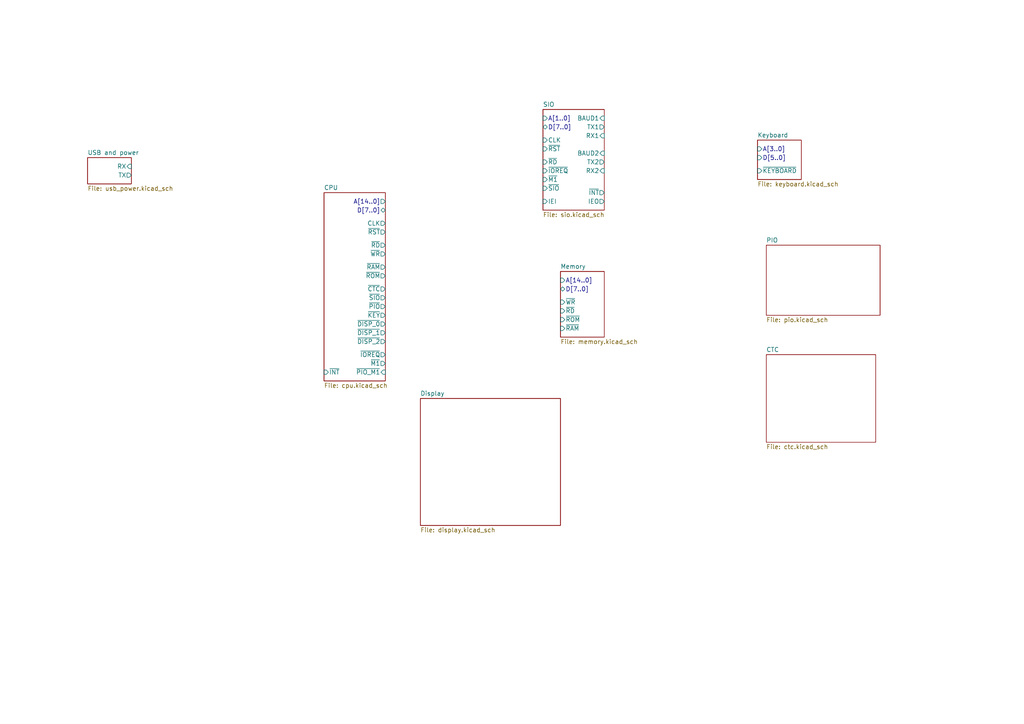
<source format=kicad_sch>
(kicad_sch
	(version 20250114)
	(generator "eeschema")
	(generator_version "9.0")
	(uuid "328c075d-c706-4d2d-bd37-a88a0c604482")
	(paper "A4")
	(title_block
		(date "2025-10-14")
		(rev "A")
		(company "A.K.")
	)
	(lib_symbols)
	(sheet
		(at 162.56 78.74)
		(size 12.7 19.05)
		(exclude_from_sim no)
		(in_bom yes)
		(on_board yes)
		(dnp no)
		(fields_autoplaced yes)
		(stroke
			(width 0.1524)
			(type solid)
		)
		(fill
			(color 0 0 0 0.0000)
		)
		(uuid "6fedc853-a726-478a-9af0-d8a49315d8a8")
		(property "Sheetname" "Memory"
			(at 162.56 78.0284 0)
			(effects
				(font
					(size 1.27 1.27)
				)
				(justify left bottom)
			)
		)
		(property "Sheetfile" "memory.kicad_sch"
			(at 162.56 98.3746 0)
			(effects
				(font
					(size 1.27 1.27)
				)
				(justify left top)
			)
		)
		(pin "A[14..0]" input
			(at 162.56 81.28 180)
			(uuid "046377b1-dd99-4f72-9f14-b9d546b1efed")
			(effects
				(font
					(size 1.27 1.27)
				)
				(justify left)
			)
		)
		(pin "D[7..0]" bidirectional
			(at 162.56 83.82 180)
			(uuid "2482269f-9435-40c5-affd-99be2200f411")
			(effects
				(font
					(size 1.27 1.27)
				)
				(justify left)
			)
		)
		(pin "~{RAM}" input
			(at 162.56 95.25 180)
			(uuid "c26e8d48-324d-43e7-be16-d6889c1a5f42")
			(effects
				(font
					(size 1.27 1.27)
				)
				(justify left)
			)
		)
		(pin "~{RD}" input
			(at 162.56 90.17 180)
			(uuid "03d4f613-54b3-42ca-940a-efe790d798a9")
			(effects
				(font
					(size 1.27 1.27)
				)
				(justify left)
			)
		)
		(pin "~{ROM}" input
			(at 162.56 92.71 180)
			(uuid "7f411f7b-07e3-44da-be67-253469bf7ff8")
			(effects
				(font
					(size 1.27 1.27)
				)
				(justify left)
			)
		)
		(pin "~{WR}" input
			(at 162.56 87.63 180)
			(uuid "b37d1266-7b11-4910-838f-25a680e7f15c")
			(effects
				(font
					(size 1.27 1.27)
				)
				(justify left)
			)
		)
		(instances
			(project "pocket80"
				(path "/328c075d-c706-4d2d-bd37-a88a0c604482"
					(page "3")
				)
			)
		)
	)
	(sheet
		(at 222.25 102.87)
		(size 31.75 25.4)
		(exclude_from_sim no)
		(in_bom yes)
		(on_board yes)
		(dnp no)
		(fields_autoplaced yes)
		(stroke
			(width 0.1524)
			(type solid)
		)
		(fill
			(color 0 0 0 0.0000)
		)
		(uuid "788313f3-77a6-4c9d-9edd-58e25d4f7e91")
		(property "Sheetname" "CTC"
			(at 222.25 102.1584 0)
			(effects
				(font
					(size 1.27 1.27)
				)
				(justify left bottom)
			)
		)
		(property "Sheetfile" "ctc.kicad_sch"
			(at 222.25 128.8546 0)
			(effects
				(font
					(size 1.27 1.27)
				)
				(justify left top)
			)
		)
		(instances
			(project "pocket80"
				(path "/328c075d-c706-4d2d-bd37-a88a0c604482"
					(page "5")
				)
			)
		)
	)
	(sheet
		(at 93.98 55.88)
		(size 17.78 54.61)
		(exclude_from_sim no)
		(in_bom yes)
		(on_board yes)
		(dnp no)
		(fields_autoplaced yes)
		(stroke
			(width 0.1524)
			(type solid)
		)
		(fill
			(color 0 0 0 0.0000)
		)
		(uuid "9a3557be-87cc-4e29-a56e-71fa34fea172")
		(property "Sheetname" "CPU"
			(at 93.98 55.1684 0)
			(effects
				(font
					(size 1.27 1.27)
				)
				(justify left bottom)
			)
		)
		(property "Sheetfile" "cpu.kicad_sch"
			(at 93.98 111.0746 0)
			(effects
				(font
					(size 1.27 1.27)
				)
				(justify left top)
			)
		)
		(pin "A[14..0]" output
			(at 111.76 58.42 0)
			(uuid "dbdffd06-cedc-422f-b067-3fd361caef2f")
			(effects
				(font
					(size 1.27 1.27)
				)
				(justify right)
			)
		)
		(pin "CLK" output
			(at 111.76 64.77 0)
			(uuid "df9b6a23-18f0-4d72-9029-6a81e47e0d65")
			(effects
				(font
					(size 1.27 1.27)
				)
				(justify right)
			)
		)
		(pin "D[7..0]" bidirectional
			(at 111.76 60.96 0)
			(uuid "232e69cd-0d88-4341-8a2e-dae65179146e")
			(effects
				(font
					(size 1.27 1.27)
				)
				(justify right)
			)
		)
		(pin "~{CTC}" output
			(at 111.76 83.82 0)
			(uuid "5d6a2510-eb35-4542-9ad4-c7c6572cb7e6")
			(effects
				(font
					(size 1.27 1.27)
				)
				(justify right)
			)
		)
		(pin "~{INT}" input
			(at 93.98 107.95 180)
			(uuid "0588e328-3b39-43e7-a07c-a1568d857294")
			(effects
				(font
					(size 1.27 1.27)
				)
				(justify left)
			)
		)
		(pin "~{IOREQ}" output
			(at 111.76 102.87 0)
			(uuid "7441a70c-0da6-4999-950e-4757dda08745")
			(effects
				(font
					(size 1.27 1.27)
				)
				(justify right)
			)
		)
		(pin "~{KEY}" output
			(at 111.76 91.44 0)
			(uuid "4652bf54-68fd-47ad-af2a-75fe2bc16463")
			(effects
				(font
					(size 1.27 1.27)
				)
				(justify right)
			)
		)
		(pin "~{M1}" output
			(at 111.76 105.41 0)
			(uuid "96c8642f-0121-42d2-9eb7-dfbca6783005")
			(effects
				(font
					(size 1.27 1.27)
				)
				(justify right)
			)
		)
		(pin "~{PIO}" output
			(at 111.76 88.9 0)
			(uuid "a0ecf22f-1e89-4a49-823f-ce027f9be7fb")
			(effects
				(font
					(size 1.27 1.27)
				)
				(justify right)
			)
		)
		(pin "~{RAM}" output
			(at 111.76 77.47 0)
			(uuid "a419f5f7-8a1e-46a6-9b1a-635bf53f19e9")
			(effects
				(font
					(size 1.27 1.27)
				)
				(justify right)
			)
		)
		(pin "~{RD}" output
			(at 111.76 71.12 0)
			(uuid "90751c18-0144-4db4-9949-6c9ff4d85304")
			(effects
				(font
					(size 1.27 1.27)
				)
				(justify right)
			)
		)
		(pin "~{ROM}" output
			(at 111.76 80.01 0)
			(uuid "98f42d03-1722-4a37-bd9a-a44ff06084a9")
			(effects
				(font
					(size 1.27 1.27)
				)
				(justify right)
			)
		)
		(pin "~{RST}" output
			(at 111.76 67.31 0)
			(uuid "1256cfc6-5d38-40a5-8f60-9fba5de2222c")
			(effects
				(font
					(size 1.27 1.27)
				)
				(justify right)
			)
		)
		(pin "~{SIO}" output
			(at 111.76 86.36 0)
			(uuid "316ce34a-d24d-4412-bb3a-3a0930a14b78")
			(effects
				(font
					(size 1.27 1.27)
				)
				(justify right)
			)
		)
		(pin "~{WR}" output
			(at 111.76 73.66 0)
			(uuid "3639be25-e6cb-4d58-989f-1d1433638f9f")
			(effects
				(font
					(size 1.27 1.27)
				)
				(justify right)
			)
		)
		(pin "~{DISP_0}" output
			(at 111.76 93.98 0)
			(uuid "02efa83c-9321-4b35-8432-0326f190ce19")
			(effects
				(font
					(size 1.27 1.27)
				)
				(justify right)
			)
		)
		(pin "~{DISP_1}" output
			(at 111.76 96.52 0)
			(uuid "b020ff64-7a0d-49fe-b98e-af7602dcad45")
			(effects
				(font
					(size 1.27 1.27)
				)
				(justify right)
			)
		)
		(pin "~{DISP_2}" output
			(at 111.76 99.06 0)
			(uuid "44bfacd7-a509-4838-9589-3545daad42af")
			(effects
				(font
					(size 1.27 1.27)
				)
				(justify right)
			)
		)
		(pin "~{PIO_M1}" input
			(at 111.76 107.95 0)
			(uuid "454b36bf-49f3-4488-b4fe-2f15f7d5dd68")
			(effects
				(font
					(size 1.27 1.27)
				)
				(justify right)
			)
		)
		(instances
			(project "pocket80"
				(path "/328c075d-c706-4d2d-bd37-a88a0c604482"
					(page "2")
				)
			)
		)
	)
	(sheet
		(at 25.4 45.72)
		(size 12.7 7.62)
		(exclude_from_sim no)
		(in_bom yes)
		(on_board yes)
		(dnp no)
		(fields_autoplaced yes)
		(stroke
			(width 0.1524)
			(type solid)
		)
		(fill
			(color 0 0 0 0.0000)
		)
		(uuid "c1e7a431-6e5f-4fa2-b435-dab397db0168")
		(property "Sheetname" "USB and power"
			(at 25.4 45.0084 0)
			(effects
				(font
					(size 1.27 1.27)
				)
				(justify left bottom)
			)
		)
		(property "Sheetfile" "usb_power.kicad_sch"
			(at 25.4 53.9246 0)
			(effects
				(font
					(size 1.27 1.27)
				)
				(justify left top)
			)
		)
		(pin "RX" input
			(at 38.1 48.26 0)
			(uuid "ca7f1aaa-0cac-4a97-8864-ac31e9d05d36")
			(effects
				(font
					(size 1.27 1.27)
				)
				(justify right)
			)
		)
		(pin "TX" output
			(at 38.1 50.8 0)
			(uuid "07448dd8-4d44-46c9-bc7c-160129bd4562")
			(effects
				(font
					(size 1.27 1.27)
				)
				(justify right)
			)
		)
		(instances
			(project "pocket80"
				(path "/328c075d-c706-4d2d-bd37-a88a0c604482"
					(page "8")
				)
			)
		)
	)
	(sheet
		(at 157.48 31.75)
		(size 17.78 29.21)
		(exclude_from_sim no)
		(in_bom yes)
		(on_board yes)
		(dnp no)
		(fields_autoplaced yes)
		(stroke
			(width 0.1524)
			(type solid)
		)
		(fill
			(color 0 0 0 0.0000)
		)
		(uuid "c71604a3-048b-466d-bf76-26c5a2d4366c")
		(property "Sheetname" "SIO"
			(at 157.48 31.0384 0)
			(effects
				(font
					(size 1.27 1.27)
				)
				(justify left bottom)
			)
		)
		(property "Sheetfile" "sio.kicad_sch"
			(at 157.48 61.5446 0)
			(effects
				(font
					(size 1.27 1.27)
				)
				(justify left top)
			)
		)
		(pin "A[1..0]" input
			(at 157.48 34.29 180)
			(uuid "814b72a0-bffc-49b9-be5a-baea954a1357")
			(effects
				(font
					(size 1.27 1.27)
				)
				(justify left)
			)
		)
		(pin "BAUD1" input
			(at 175.26 34.29 0)
			(uuid "c01a040e-97a3-42c7-96c3-6aa26b174126")
			(effects
				(font
					(size 1.27 1.27)
				)
				(justify right)
			)
		)
		(pin "BAUD2" input
			(at 175.26 44.45 0)
			(uuid "19ee2e17-4cf2-43c9-a9f0-0a1ece44d8fb")
			(effects
				(font
					(size 1.27 1.27)
				)
				(justify right)
			)
		)
		(pin "CLK" input
			(at 157.48 40.64 180)
			(uuid "ab80295d-e6ee-49a1-8198-25451aebe5ea")
			(effects
				(font
					(size 1.27 1.27)
				)
				(justify left)
			)
		)
		(pin "D[7..0]" bidirectional
			(at 157.48 36.83 180)
			(uuid "e977e2f5-8913-4198-a835-794b74f56b72")
			(effects
				(font
					(size 1.27 1.27)
				)
				(justify left)
			)
		)
		(pin "IEI" input
			(at 157.48 58.42 180)
			(uuid "1d22c2a9-6ffc-483a-afb8-181c2cf4d1b4")
			(effects
				(font
					(size 1.27 1.27)
				)
				(justify left)
			)
		)
		(pin "IEO" output
			(at 175.26 58.42 0)
			(uuid "25ed39c7-1d20-4ff5-a87f-9947d5642ea1")
			(effects
				(font
					(size 1.27 1.27)
				)
				(justify right)
			)
		)
		(pin "RX1" input
			(at 175.26 39.37 0)
			(uuid "d5520704-38d8-4b83-97f7-4e776b943bc8")
			(effects
				(font
					(size 1.27 1.27)
				)
				(justify right)
			)
		)
		(pin "RX2" input
			(at 175.26 49.53 0)
			(uuid "5a59d121-846e-4c8f-88ff-c86e8c799972")
			(effects
				(font
					(size 1.27 1.27)
				)
				(justify right)
			)
		)
		(pin "TX1" output
			(at 175.26 36.83 0)
			(uuid "482d74b5-852a-4c86-b146-80f7ad2bbbd3")
			(effects
				(font
					(size 1.27 1.27)
				)
				(justify right)
			)
		)
		(pin "TX2" output
			(at 175.26 46.99 0)
			(uuid "96a11263-c2fc-4609-bd36-7855a0e147e0")
			(effects
				(font
					(size 1.27 1.27)
				)
				(justify right)
			)
		)
		(pin "~{INT}" output
			(at 175.26 55.88 0)
			(uuid "c87e33ac-09df-4545-b334-a3a5c5175490")
			(effects
				(font
					(size 1.27 1.27)
				)
				(justify right)
			)
		)
		(pin "~{IOREQ}" input
			(at 157.48 49.53 180)
			(uuid "d9d938d6-47dd-4d7f-8004-f8a416b68277")
			(effects
				(font
					(size 1.27 1.27)
				)
				(justify left)
			)
		)
		(pin "~{M1}" input
			(at 157.48 52.07 180)
			(uuid "ee22799f-444a-4ecc-ba40-1b312c1f7d12")
			(effects
				(font
					(size 1.27 1.27)
				)
				(justify left)
			)
		)
		(pin "~{RD}" input
			(at 157.48 46.99 180)
			(uuid "04d7ef6b-651a-4bd9-9e8a-5c305a19f278")
			(effects
				(font
					(size 1.27 1.27)
				)
				(justify left)
			)
		)
		(pin "~{RST}" input
			(at 157.48 43.18 180)
			(uuid "990de328-4ae0-4a6e-b01c-98c551b8d4b5")
			(effects
				(font
					(size 1.27 1.27)
				)
				(justify left)
			)
		)
		(pin "~{SIO}" input
			(at 157.48 54.61 180)
			(uuid "4da469dd-0d3c-4d37-a047-8ac385028919")
			(effects
				(font
					(size 1.27 1.27)
				)
				(justify left)
			)
		)
		(instances
			(project "pocket80"
				(path "/328c075d-c706-4d2d-bd37-a88a0c604482"
					(page "7")
				)
			)
		)
	)
	(sheet
		(at 121.92 115.57)
		(size 40.64 36.83)
		(exclude_from_sim no)
		(in_bom yes)
		(on_board yes)
		(dnp no)
		(fields_autoplaced yes)
		(stroke
			(width 0.1524)
			(type solid)
		)
		(fill
			(color 0 0 0 0.0000)
		)
		(uuid "ce7b6d6f-be80-484b-a165-8e00181c7461")
		(property "Sheetname" "Display"
			(at 121.92 114.8584 0)
			(effects
				(font
					(size 1.27 1.27)
				)
				(justify left bottom)
			)
		)
		(property "Sheetfile" "display.kicad_sch"
			(at 121.92 152.9846 0)
			(effects
				(font
					(size 1.27 1.27)
				)
				(justify left top)
			)
		)
		(instances
			(project "pocket80"
				(path "/328c075d-c706-4d2d-bd37-a88a0c604482"
					(page "9")
				)
			)
		)
	)
	(sheet
		(at 222.25 71.12)
		(size 33.02 20.32)
		(exclude_from_sim no)
		(in_bom yes)
		(on_board yes)
		(dnp no)
		(fields_autoplaced yes)
		(stroke
			(width 0.1524)
			(type solid)
		)
		(fill
			(color 0 0 0 0.0000)
		)
		(uuid "d76b66db-4397-448e-8b25-0f2076d90ef2")
		(property "Sheetname" "PIO"
			(at 222.25 70.4084 0)
			(effects
				(font
					(size 1.27 1.27)
				)
				(justify left bottom)
			)
		)
		(property "Sheetfile" "pio.kicad_sch"
			(at 222.25 92.0246 0)
			(effects
				(font
					(size 1.27 1.27)
				)
				(justify left top)
			)
		)
		(instances
			(project "pocket80"
				(path "/328c075d-c706-4d2d-bd37-a88a0c604482"
					(page "6")
				)
			)
		)
	)
	(sheet
		(at 219.71 40.64)
		(size 12.7 11.43)
		(exclude_from_sim no)
		(in_bom yes)
		(on_board yes)
		(dnp no)
		(fields_autoplaced yes)
		(stroke
			(width 0.1524)
			(type solid)
		)
		(fill
			(color 0 0 0 0.0000)
		)
		(uuid "fa52c846-c2c4-4e2a-b4b1-704188f66510")
		(property "Sheetname" "Keyboard"
			(at 219.71 39.9284 0)
			(effects
				(font
					(size 1.27 1.27)
				)
				(justify left bottom)
			)
		)
		(property "Sheetfile" "keyboard.kicad_sch"
			(at 219.71 52.6546 0)
			(effects
				(font
					(size 1.27 1.27)
				)
				(justify left top)
			)
		)
		(pin "A[3..0]" input
			(at 219.71 43.18 180)
			(uuid "391504f3-e585-4e1e-a25b-266df4cbc050")
			(effects
				(font
					(size 1.27 1.27)
				)
				(justify left)
			)
		)
		(pin "D[5..0]" input
			(at 219.71 45.72 180)
			(uuid "294c2d0c-a38b-481d-aeee-025b28065803")
			(effects
				(font
					(size 1.27 1.27)
				)
				(justify left)
			)
		)
		(pin "~{KEYBOARD}" input
			(at 219.71 49.53 180)
			(uuid "ac4bbf91-415e-4e9f-bd98-27b7db031bf0")
			(effects
				(font
					(size 1.27 1.27)
				)
				(justify left)
			)
		)
		(instances
			(project "pocket80"
				(path "/328c075d-c706-4d2d-bd37-a88a0c604482"
					(page "7")
				)
			)
		)
	)
	(sheet_instances
		(path "/"
			(page "1")
		)
	)
	(embedded_fonts no)
)

</source>
